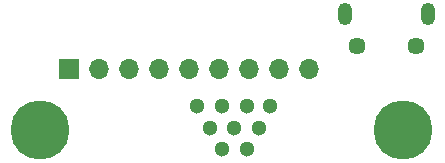
<source format=gbr>
%TF.GenerationSoftware,KiCad,Pcbnew,(6.0.0)*%
%TF.CreationDate,2022-04-23T17:17:18+01:00*%
%TF.ProjectId,BM83 prog,424d3833-2070-4726-9f67-2e6b69636164,rev?*%
%TF.SameCoordinates,Original*%
%TF.FileFunction,Soldermask,Bot*%
%TF.FilePolarity,Negative*%
%FSLAX46Y46*%
G04 Gerber Fmt 4.6, Leading zero omitted, Abs format (unit mm)*
G04 Created by KiCad (PCBNEW (6.0.0)) date 2022-04-23 17:17:18*
%MOMM*%
%LPD*%
G01*
G04 APERTURE LIST*
%ADD10C,1.300000*%
%ADD11C,5.000000*%
%ADD12R,1.700000X1.700000*%
%ADD13O,1.700000X1.700000*%
%ADD14C,1.450000*%
%ADD15O,1.200000X1.900000*%
G04 APERTURE END LIST*
D10*
%TO.C,TP34*%
X141500000Y-91144000D03*
%TD*%
%TO.C,TP31*%
X141500000Y-94744000D03*
%TD*%
%TO.C,TP70*%
X143500000Y-91144000D03*
%TD*%
D11*
%TO.C,REF\u002A\u002A*%
X154700000Y-93100000D03*
%TD*%
D12*
%TO.C,J1*%
X126450000Y-88000000D03*
D13*
X128990000Y-88000000D03*
X131530000Y-88000000D03*
X134070000Y-88000000D03*
X136610000Y-88000000D03*
X139150000Y-88000000D03*
X141690000Y-88000000D03*
X144230000Y-88000000D03*
X146770000Y-88000000D03*
%TD*%
D10*
%TO.C,TP71*%
X138400000Y-92944000D03*
%TD*%
D14*
%TO.C,J2*%
X150800000Y-86052500D03*
D15*
X156800000Y-83352500D03*
X149800000Y-83352500D03*
D14*
X155800000Y-86052500D03*
%TD*%
D10*
%TO.C,TP73*%
X137300000Y-91144000D03*
%TD*%
%TO.C,TP72*%
X140450000Y-92944000D03*
%TD*%
%TO.C,TP33*%
X139366666Y-91144000D03*
%TD*%
%TO.C,TP32*%
X139400000Y-94744000D03*
%TD*%
D11*
%TO.C,*%
X124000000Y-93100000D03*
%TD*%
D10*
%TO.C,TP30*%
X142500000Y-92944000D03*
%TD*%
M02*

</source>
